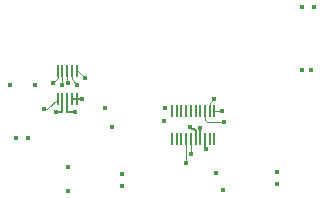
<source format=gbl>
G75*
%MOIN*%
%OFA0B0*%
%FSLAX25Y25*%
%IPPOS*%
%LPD*%
%AMOC8*
5,1,8,0,0,1.08239X$1,22.5*
%
%ADD10R,0.00787X0.04488*%
%ADD11C,0.01587*%
%ADD12C,0.00787*%
%ADD13C,0.00394*%
D10*
X0100606Y0114898D03*
X0102181Y0114898D03*
X0103756Y0114898D03*
X0105331Y0114898D03*
X0106906Y0114898D03*
X0108480Y0114898D03*
X0110055Y0114898D03*
X0111630Y0114898D03*
X0113205Y0114898D03*
X0114780Y0114898D03*
X0114780Y0124110D03*
X0113205Y0124110D03*
X0111630Y0124110D03*
X0110055Y0124110D03*
X0108480Y0124110D03*
X0106906Y0124110D03*
X0105331Y0124110D03*
X0103756Y0124110D03*
X0102181Y0124110D03*
X0100606Y0124110D03*
X0068835Y0128087D03*
X0067260Y0128087D03*
X0065685Y0128087D03*
X0064110Y0128087D03*
X0062535Y0128087D03*
X0062535Y0137299D03*
X0064110Y0137299D03*
X0065685Y0137299D03*
X0067260Y0137299D03*
X0068835Y0137299D03*
D11*
X0065961Y0097457D03*
X0065961Y0105331D03*
X0052575Y0115173D03*
X0048638Y0115173D03*
X0058087Y0124622D03*
X0062110Y0123835D03*
X0068237Y0123835D03*
X0070685Y0128165D03*
X0069110Y0132890D03*
X0066078Y0133283D03*
X0063992Y0132890D03*
X0060843Y0133283D03*
X0054937Y0132890D03*
X0046669Y0132890D03*
X0071472Y0135252D03*
X0078165Y0125016D03*
X0080528Y0118717D03*
X0084071Y0102969D03*
X0084071Y0099031D03*
X0105331Y0106906D03*
X0106906Y0109661D03*
X0112024Y0111362D03*
X0110055Y0118433D03*
X0106512Y0118717D03*
X0097850Y0120685D03*
X0098244Y0125016D03*
X0114780Y0128165D03*
X0117142Y0124228D03*
X0117929Y0120291D03*
X0115173Y0103362D03*
X0117535Y0097850D03*
X0135646Y0099819D03*
X0135646Y0103756D03*
X0143913Y0137614D03*
X0147063Y0137614D03*
X0147850Y0158874D03*
X0143913Y0158874D03*
D12*
X0106512Y0118717D02*
X0107195Y0118033D01*
X0108191Y0118033D01*
X0108191Y0117914D01*
X0108480Y0117625D01*
X0108191Y0117914D01*
X0108480Y0117625D02*
X0108480Y0114898D01*
X0110055Y0114898D02*
X0110055Y0118433D01*
X0111630Y0114898D02*
X0111630Y0111362D01*
X0112024Y0111362D01*
X0070685Y0128165D02*
X0068835Y0128165D01*
X0068835Y0128087D01*
X0067260Y0128087D01*
X0065685Y0128087D02*
X0065685Y0123835D01*
X0068237Y0123835D01*
X0064110Y0123835D02*
X0062110Y0123835D01*
X0064110Y0123835D02*
X0064110Y0128087D01*
D13*
X0062535Y0128087D02*
X0059071Y0124622D01*
X0058087Y0124622D01*
X0063992Y0132890D02*
X0064110Y0133008D01*
X0064110Y0137299D01*
X0062535Y0137299D02*
X0062535Y0134976D01*
X0060843Y0133283D01*
X0065685Y0133676D02*
X0065685Y0137299D01*
X0067260Y0137299D02*
X0067260Y0134740D01*
X0069110Y0132890D01*
X0066078Y0133283D02*
X0065685Y0133676D01*
X0068835Y0137299D02*
X0069425Y0137299D01*
X0071472Y0135252D01*
X0105331Y0114898D02*
X0105331Y0106906D01*
X0106906Y0109661D02*
X0106906Y0111236D01*
X0106906Y0110055D01*
X0106906Y0111236D02*
X0106906Y0114898D01*
X0112417Y0120291D02*
X0111630Y0121079D01*
X0111630Y0124110D01*
X0113205Y0124110D02*
X0113205Y0126591D01*
X0114780Y0128165D01*
X0114780Y0124110D02*
X0117024Y0124110D01*
X0117142Y0124228D01*
X0117929Y0120291D02*
X0112417Y0120291D01*
M02*

</source>
